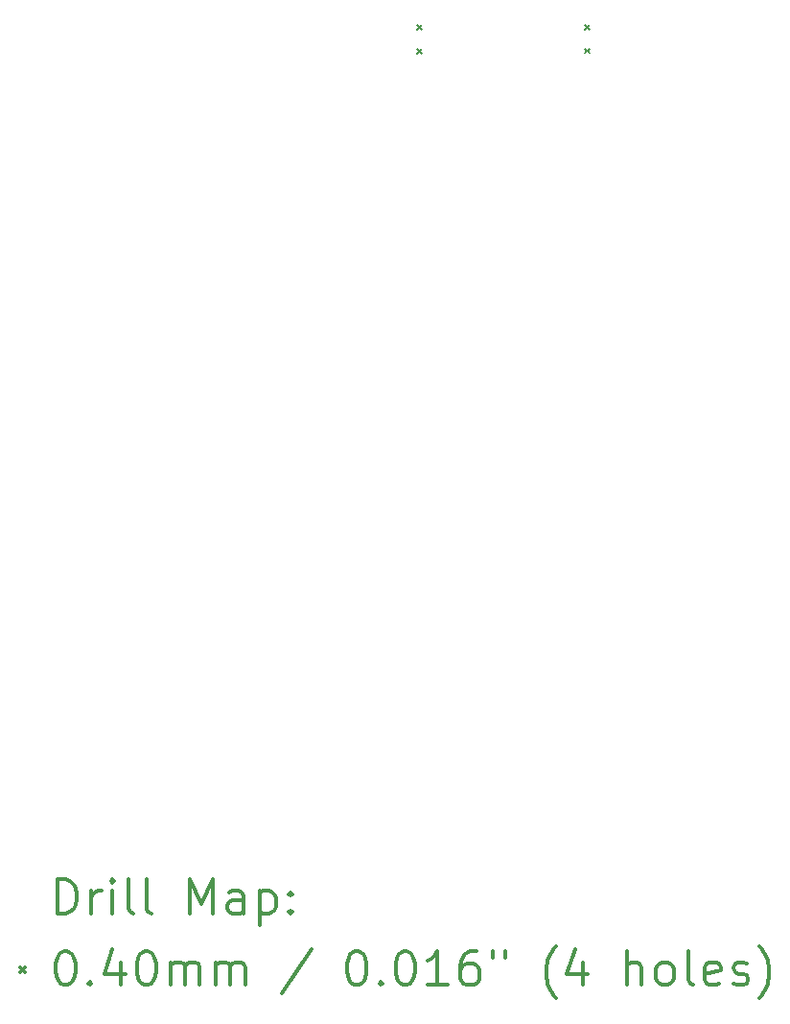
<source format=gbr>
%FSLAX45Y45*%
G04 Gerber Fmt 4.5, Leading zero omitted, Abs format (unit mm)*
G04 Created by KiCad (PCBNEW (5.1.7-0-10_14)) date 2020-10-21 09:07:20*
%MOMM*%
%LPD*%
G01*
G04 APERTURE LIST*
%ADD10C,0.200000*%
%ADD11C,0.300000*%
G04 APERTURE END LIST*
D10*
X12621580Y-6793042D02*
X12661580Y-6833042D01*
X12661580Y-6793042D02*
X12621580Y-6833042D01*
X12621834Y-6998920D02*
X12661834Y-7038920D01*
X12661834Y-6998920D02*
X12621834Y-7038920D01*
X14103162Y-6792142D02*
X14143162Y-6832142D01*
X14143162Y-6792142D02*
X14103162Y-6832142D01*
X14103162Y-6997142D02*
X14143162Y-7037142D01*
X14143162Y-6997142D02*
X14103162Y-7037142D01*
D11*
X9447335Y-14628142D02*
X9447335Y-14328142D01*
X9518764Y-14328142D01*
X9561621Y-14342428D01*
X9590193Y-14370999D01*
X9604478Y-14399571D01*
X9618764Y-14456714D01*
X9618764Y-14499571D01*
X9604478Y-14556714D01*
X9590193Y-14585285D01*
X9561621Y-14613857D01*
X9518764Y-14628142D01*
X9447335Y-14628142D01*
X9747335Y-14628142D02*
X9747335Y-14428142D01*
X9747335Y-14485285D02*
X9761621Y-14456714D01*
X9775907Y-14442428D01*
X9804478Y-14428142D01*
X9833050Y-14428142D01*
X9933050Y-14628142D02*
X9933050Y-14428142D01*
X9933050Y-14328142D02*
X9918764Y-14342428D01*
X9933050Y-14356714D01*
X9947335Y-14342428D01*
X9933050Y-14328142D01*
X9933050Y-14356714D01*
X10118764Y-14628142D02*
X10090193Y-14613857D01*
X10075907Y-14585285D01*
X10075907Y-14328142D01*
X10275907Y-14628142D02*
X10247335Y-14613857D01*
X10233050Y-14585285D01*
X10233050Y-14328142D01*
X10618764Y-14628142D02*
X10618764Y-14328142D01*
X10718764Y-14542428D01*
X10818764Y-14328142D01*
X10818764Y-14628142D01*
X11090193Y-14628142D02*
X11090193Y-14470999D01*
X11075907Y-14442428D01*
X11047335Y-14428142D01*
X10990193Y-14428142D01*
X10961621Y-14442428D01*
X11090193Y-14613857D02*
X11061621Y-14628142D01*
X10990193Y-14628142D01*
X10961621Y-14613857D01*
X10947335Y-14585285D01*
X10947335Y-14556714D01*
X10961621Y-14528142D01*
X10990193Y-14513857D01*
X11061621Y-14513857D01*
X11090193Y-14499571D01*
X11233050Y-14428142D02*
X11233050Y-14728142D01*
X11233050Y-14442428D02*
X11261621Y-14428142D01*
X11318764Y-14428142D01*
X11347335Y-14442428D01*
X11361621Y-14456714D01*
X11375907Y-14485285D01*
X11375907Y-14570999D01*
X11361621Y-14599571D01*
X11347335Y-14613857D01*
X11318764Y-14628142D01*
X11261621Y-14628142D01*
X11233050Y-14613857D01*
X11504478Y-14599571D02*
X11518764Y-14613857D01*
X11504478Y-14628142D01*
X11490193Y-14613857D01*
X11504478Y-14599571D01*
X11504478Y-14628142D01*
X11504478Y-14442428D02*
X11518764Y-14456714D01*
X11504478Y-14470999D01*
X11490193Y-14456714D01*
X11504478Y-14442428D01*
X11504478Y-14470999D01*
X9120907Y-15102428D02*
X9160907Y-15142428D01*
X9160907Y-15102428D02*
X9120907Y-15142428D01*
X9504478Y-14958142D02*
X9533050Y-14958142D01*
X9561621Y-14972428D01*
X9575907Y-14986714D01*
X9590193Y-15015285D01*
X9604478Y-15072428D01*
X9604478Y-15143857D01*
X9590193Y-15200999D01*
X9575907Y-15229571D01*
X9561621Y-15243857D01*
X9533050Y-15258142D01*
X9504478Y-15258142D01*
X9475907Y-15243857D01*
X9461621Y-15229571D01*
X9447335Y-15200999D01*
X9433050Y-15143857D01*
X9433050Y-15072428D01*
X9447335Y-15015285D01*
X9461621Y-14986714D01*
X9475907Y-14972428D01*
X9504478Y-14958142D01*
X9733050Y-15229571D02*
X9747335Y-15243857D01*
X9733050Y-15258142D01*
X9718764Y-15243857D01*
X9733050Y-15229571D01*
X9733050Y-15258142D01*
X10004478Y-15058142D02*
X10004478Y-15258142D01*
X9933050Y-14943857D02*
X9861621Y-15158142D01*
X10047335Y-15158142D01*
X10218764Y-14958142D02*
X10247335Y-14958142D01*
X10275907Y-14972428D01*
X10290193Y-14986714D01*
X10304478Y-15015285D01*
X10318764Y-15072428D01*
X10318764Y-15143857D01*
X10304478Y-15200999D01*
X10290193Y-15229571D01*
X10275907Y-15243857D01*
X10247335Y-15258142D01*
X10218764Y-15258142D01*
X10190193Y-15243857D01*
X10175907Y-15229571D01*
X10161621Y-15200999D01*
X10147335Y-15143857D01*
X10147335Y-15072428D01*
X10161621Y-15015285D01*
X10175907Y-14986714D01*
X10190193Y-14972428D01*
X10218764Y-14958142D01*
X10447335Y-15258142D02*
X10447335Y-15058142D01*
X10447335Y-15086714D02*
X10461621Y-15072428D01*
X10490193Y-15058142D01*
X10533050Y-15058142D01*
X10561621Y-15072428D01*
X10575907Y-15100999D01*
X10575907Y-15258142D01*
X10575907Y-15100999D02*
X10590193Y-15072428D01*
X10618764Y-15058142D01*
X10661621Y-15058142D01*
X10690193Y-15072428D01*
X10704478Y-15100999D01*
X10704478Y-15258142D01*
X10847335Y-15258142D02*
X10847335Y-15058142D01*
X10847335Y-15086714D02*
X10861621Y-15072428D01*
X10890193Y-15058142D01*
X10933050Y-15058142D01*
X10961621Y-15072428D01*
X10975907Y-15100999D01*
X10975907Y-15258142D01*
X10975907Y-15100999D02*
X10990193Y-15072428D01*
X11018764Y-15058142D01*
X11061621Y-15058142D01*
X11090193Y-15072428D01*
X11104478Y-15100999D01*
X11104478Y-15258142D01*
X11690193Y-14943857D02*
X11433050Y-15329571D01*
X12075907Y-14958142D02*
X12104478Y-14958142D01*
X12133050Y-14972428D01*
X12147335Y-14986714D01*
X12161621Y-15015285D01*
X12175907Y-15072428D01*
X12175907Y-15143857D01*
X12161621Y-15200999D01*
X12147335Y-15229571D01*
X12133050Y-15243857D01*
X12104478Y-15258142D01*
X12075907Y-15258142D01*
X12047335Y-15243857D01*
X12033050Y-15229571D01*
X12018764Y-15200999D01*
X12004478Y-15143857D01*
X12004478Y-15072428D01*
X12018764Y-15015285D01*
X12033050Y-14986714D01*
X12047335Y-14972428D01*
X12075907Y-14958142D01*
X12304478Y-15229571D02*
X12318764Y-15243857D01*
X12304478Y-15258142D01*
X12290193Y-15243857D01*
X12304478Y-15229571D01*
X12304478Y-15258142D01*
X12504478Y-14958142D02*
X12533050Y-14958142D01*
X12561621Y-14972428D01*
X12575907Y-14986714D01*
X12590193Y-15015285D01*
X12604478Y-15072428D01*
X12604478Y-15143857D01*
X12590193Y-15200999D01*
X12575907Y-15229571D01*
X12561621Y-15243857D01*
X12533050Y-15258142D01*
X12504478Y-15258142D01*
X12475907Y-15243857D01*
X12461621Y-15229571D01*
X12447335Y-15200999D01*
X12433050Y-15143857D01*
X12433050Y-15072428D01*
X12447335Y-15015285D01*
X12461621Y-14986714D01*
X12475907Y-14972428D01*
X12504478Y-14958142D01*
X12890193Y-15258142D02*
X12718764Y-15258142D01*
X12804478Y-15258142D02*
X12804478Y-14958142D01*
X12775907Y-15000999D01*
X12747335Y-15029571D01*
X12718764Y-15043857D01*
X13147335Y-14958142D02*
X13090193Y-14958142D01*
X13061621Y-14972428D01*
X13047335Y-14986714D01*
X13018764Y-15029571D01*
X13004478Y-15086714D01*
X13004478Y-15200999D01*
X13018764Y-15229571D01*
X13033050Y-15243857D01*
X13061621Y-15258142D01*
X13118764Y-15258142D01*
X13147335Y-15243857D01*
X13161621Y-15229571D01*
X13175907Y-15200999D01*
X13175907Y-15129571D01*
X13161621Y-15100999D01*
X13147335Y-15086714D01*
X13118764Y-15072428D01*
X13061621Y-15072428D01*
X13033050Y-15086714D01*
X13018764Y-15100999D01*
X13004478Y-15129571D01*
X13290193Y-14958142D02*
X13290193Y-15015285D01*
X13404478Y-14958142D02*
X13404478Y-15015285D01*
X13847335Y-15372428D02*
X13833050Y-15358142D01*
X13804478Y-15315285D01*
X13790193Y-15286714D01*
X13775907Y-15243857D01*
X13761621Y-15172428D01*
X13761621Y-15115285D01*
X13775907Y-15043857D01*
X13790193Y-15000999D01*
X13804478Y-14972428D01*
X13833050Y-14929571D01*
X13847335Y-14915285D01*
X14090193Y-15058142D02*
X14090193Y-15258142D01*
X14018764Y-14943857D02*
X13947335Y-15158142D01*
X14133050Y-15158142D01*
X14475907Y-15258142D02*
X14475907Y-14958142D01*
X14604478Y-15258142D02*
X14604478Y-15100999D01*
X14590193Y-15072428D01*
X14561621Y-15058142D01*
X14518764Y-15058142D01*
X14490193Y-15072428D01*
X14475907Y-15086714D01*
X14790193Y-15258142D02*
X14761621Y-15243857D01*
X14747335Y-15229571D01*
X14733050Y-15200999D01*
X14733050Y-15115285D01*
X14747335Y-15086714D01*
X14761621Y-15072428D01*
X14790193Y-15058142D01*
X14833050Y-15058142D01*
X14861621Y-15072428D01*
X14875907Y-15086714D01*
X14890193Y-15115285D01*
X14890193Y-15200999D01*
X14875907Y-15229571D01*
X14861621Y-15243857D01*
X14833050Y-15258142D01*
X14790193Y-15258142D01*
X15061621Y-15258142D02*
X15033050Y-15243857D01*
X15018764Y-15215285D01*
X15018764Y-14958142D01*
X15290193Y-15243857D02*
X15261621Y-15258142D01*
X15204478Y-15258142D01*
X15175907Y-15243857D01*
X15161621Y-15215285D01*
X15161621Y-15100999D01*
X15175907Y-15072428D01*
X15204478Y-15058142D01*
X15261621Y-15058142D01*
X15290193Y-15072428D01*
X15304478Y-15100999D01*
X15304478Y-15129571D01*
X15161621Y-15158142D01*
X15418764Y-15243857D02*
X15447335Y-15258142D01*
X15504478Y-15258142D01*
X15533050Y-15243857D01*
X15547335Y-15215285D01*
X15547335Y-15200999D01*
X15533050Y-15172428D01*
X15504478Y-15158142D01*
X15461621Y-15158142D01*
X15433050Y-15143857D01*
X15418764Y-15115285D01*
X15418764Y-15100999D01*
X15433050Y-15072428D01*
X15461621Y-15058142D01*
X15504478Y-15058142D01*
X15533050Y-15072428D01*
X15647335Y-15372428D02*
X15661621Y-15358142D01*
X15690193Y-15315285D01*
X15704478Y-15286714D01*
X15718764Y-15243857D01*
X15733050Y-15172428D01*
X15733050Y-15115285D01*
X15718764Y-15043857D01*
X15704478Y-15000999D01*
X15690193Y-14972428D01*
X15661621Y-14929571D01*
X15647335Y-14915285D01*
M02*

</source>
